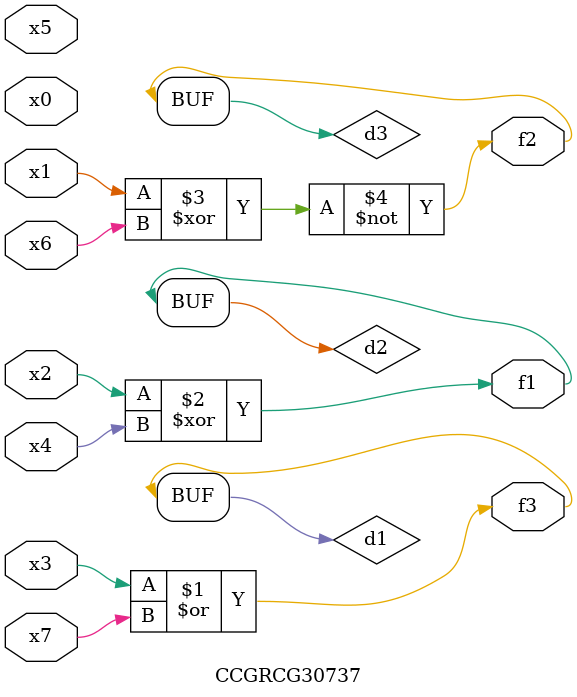
<source format=v>
module CCGRCG30737(
	input x0, x1, x2, x3, x4, x5, x6, x7,
	output f1, f2, f3
);

	wire d1, d2, d3;

	or (d1, x3, x7);
	xor (d2, x2, x4);
	xnor (d3, x1, x6);
	assign f1 = d2;
	assign f2 = d3;
	assign f3 = d1;
endmodule

</source>
